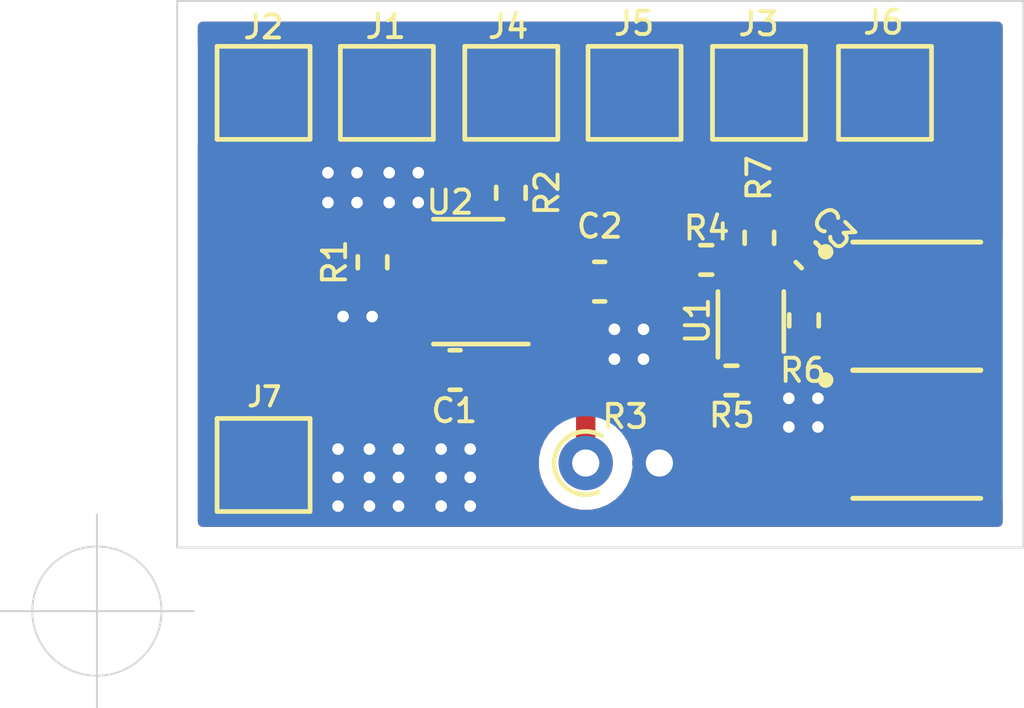
<source format=kicad_pcb>
(kicad_pcb (version 20171130) (host pcbnew "(5.1.8)-1")

  (general
    (thickness 1.6)
    (drawings 5)
    (tracks 129)
    (zones 0)
    (modules 21)
    (nets 15)
  )

  (page A4)
  (layers
    (0 F.Cu signal)
    (31 B.Cu signal)
    (32 B.Adhes user)
    (33 F.Adhes user)
    (34 B.Paste user)
    (35 F.Paste user)
    (36 B.SilkS user)
    (37 F.SilkS user)
    (38 B.Mask user)
    (39 F.Mask user)
    (40 Dwgs.User user hide)
    (41 Cmts.User user hide)
    (42 Eco1.User user hide)
    (43 Eco2.User user hide)
    (44 Edge.Cuts user)
    (45 Margin user hide)
    (46 B.CrtYd user hide)
    (47 F.CrtYd user hide)
    (48 B.Fab user hide)
    (49 F.Fab user hide)
  )

  (setup
    (last_trace_width 0.25)
    (user_trace_width 0.5)
    (user_trace_width 0.7)
    (trace_clearance 0.1)
    (zone_clearance 0.508)
    (zone_45_only no)
    (trace_min 0.2)
    (via_size 0.8)
    (via_drill 0.4)
    (via_min_size 0.4)
    (via_min_drill 0.3)
    (uvia_size 0.3)
    (uvia_drill 0.1)
    (uvias_allowed no)
    (uvia_min_size 0.2)
    (uvia_min_drill 0.1)
    (edge_width 0.05)
    (segment_width 0.2)
    (pcb_text_width 0.3)
    (pcb_text_size 1.5 1.5)
    (mod_edge_width 0.12)
    (mod_text_size 1 1)
    (mod_text_width 0.15)
    (pad_size 1.524 1.524)
    (pad_drill 0.762)
    (pad_to_mask_clearance 0)
    (aux_axis_origin 118.22 87.41)
    (grid_origin 118.22 87.41)
    (visible_elements 7FFFFFFF)
    (pcbplotparams
      (layerselection 0x010fc_ffffffff)
      (usegerberextensions false)
      (usegerberattributes true)
      (usegerberadvancedattributes true)
      (creategerberjobfile true)
      (excludeedgelayer true)
      (linewidth 0.100000)
      (plotframeref false)
      (viasonmask false)
      (mode 1)
      (useauxorigin false)
      (hpglpennumber 1)
      (hpglpenspeed 20)
      (hpglpendiameter 15.000000)
      (psnegative false)
      (psa4output false)
      (plotreference true)
      (plotvalue true)
      (plotinvisibletext false)
      (padsonsilk false)
      (subtractmaskfromsilk false)
      (outputformat 1)
      (mirror false)
      (drillshape 1)
      (scaleselection 1)
      (outputdirectory ""))
  )

  (net 0 "")
  (net 1 Adapter+)
  (net 2 BAT+)
  (net 3 BAT-)
  (net 4 "Net-(C3-Pad1)")
  (net 5 "Net-(R1-Pad1)")
  (net 6 ChargeLight-)
  (net 7 "Net-(R2-Pad1)")
  (net 8 "Net-(R3-Pad1)")
  (net 9 "Net-(R4-Pad1)")
  (net 10 "Net-(R5-Pad1)")
  (net 11 "Net-(R6-Pad1)")
  (net 12 "Net-(U3-Pad5)")
  (net 13 GND)
  (net 14 "Net-(U4-Pad2)")

  (net_class Default "This is the default net class."
    (clearance 0.1)
    (trace_width 0.25)
    (via_dia 0.8)
    (via_drill 0.4)
    (uvia_dia 0.3)
    (uvia_drill 0.1)
    (add_net Adapter+)
    (add_net BAT+)
    (add_net BAT-)
    (add_net ChargeLight-)
    (add_net GND)
    (add_net "Net-(C3-Pad1)")
    (add_net "Net-(R1-Pad1)")
    (add_net "Net-(R2-Pad1)")
    (add_net "Net-(R3-Pad1)")
    (add_net "Net-(R4-Pad1)")
    (add_net "Net-(R5-Pad1)")
    (add_net "Net-(R6-Pad1)")
    (add_net "Net-(U1-Pad1)")
    (add_net "Net-(U3-Pad5)")
    (add_net "Net-(U4-Pad2)")
  )

  (module TestPoint:TestPoint_Pad_2.0x2.0mm (layer F.Cu) (tedit 5A0F774F) (tstamp 60996D82)
    (at 122.52 83.64)
    (descr "SMD rectangular pad as test Point, square 2.0mm side length")
    (tags "test point SMD pad rectangle square")
    (path /6099A92C)
    (attr virtual)
    (fp_text reference J7 (at 0.02 -1.76) (layer F.SilkS)
      (effects (font (size 0.5 0.5) (thickness 0.1)))
    )
    (fp_text value Conn_01x01 (at 0 2.05) (layer F.Fab)
      (effects (font (size 1 1) (thickness 0.15)))
    )
    (fp_line (start 1.5 1.5) (end -1.5 1.5) (layer F.CrtYd) (width 0.05))
    (fp_line (start 1.5 1.5) (end 1.5 -1.5) (layer F.CrtYd) (width 0.05))
    (fp_line (start -1.5 -1.5) (end -1.5 1.5) (layer F.CrtYd) (width 0.05))
    (fp_line (start -1.5 -1.5) (end 1.5 -1.5) (layer F.CrtYd) (width 0.05))
    (fp_line (start -1.2 1.2) (end -1.2 -1.2) (layer F.SilkS) (width 0.12))
    (fp_line (start 1.2 1.2) (end -1.2 1.2) (layer F.SilkS) (width 0.12))
    (fp_line (start 1.2 -1.2) (end 1.2 1.2) (layer F.SilkS) (width 0.12))
    (fp_line (start -1.2 -1.2) (end 1.2 -1.2) (layer F.SilkS) (width 0.12))
    (fp_text user %R (at 0 -2) (layer F.Fab)
      (effects (font (size 1 1) (thickness 0.15)))
    )
    (pad 1 smd rect (at 0 0) (size 2 2) (layers F.Cu F.Mask)
      (net 13 GND))
  )

  (module CSD16406Q3:CSD16406Q3 (layer F.Cu) (tedit 609275D4) (tstamp 6092A981)
    (at 139.37 79.54)
    (descr "<b>8-SON</b> (Q3)<p>body 3.3 x 3.3 mm")
    (path /60929C60)
    (fp_text reference U4 (at 0.7 -2.23) (layer F.SilkS) hide
      (effects (font (size 0.8 0.8) (thickness 0.015)))
    )
    (fp_text value CSD16406Q3 (at 5.728 2.808) (layer F.Fab)
      (effects (font (size 0.8 0.8) (thickness 0.015)))
    )
    (fp_circle (center -2.35 -1.4) (end -2.25 -1.4) (layer F.Fab) (width 0.2))
    (fp_circle (center -2.35 -1.4) (end -2.25 -1.4) (layer F.SilkS) (width 0.2))
    (fp_line (start -2 1.9) (end -2 -1.9) (layer F.CrtYd) (width 0.05))
    (fp_line (start 2 1.9) (end -2 1.9) (layer F.CrtYd) (width 0.05))
    (fp_line (start 2 -1.9) (end 2 1.9) (layer F.CrtYd) (width 0.05))
    (fp_line (start -2 -1.9) (end 2 -1.9) (layer F.CrtYd) (width 0.05))
    (fp_line (start -1.65 -1.65) (end 1.65 -1.65) (layer F.SilkS) (width 0.127))
    (fp_line (start -1.65 1.65) (end 1.65 1.65) (layer F.SilkS) (width 0.127))
    (fp_poly (pts (xy -0.46 0.125) (xy 0.985 0.125) (xy 0.985 1.145) (xy -0.46 1.145)) (layer F.Paste) (width 0.01))
    (fp_poly (pts (xy -1.66 -1.145) (xy -1.21 -1.145) (xy -1.21 -0.805) (xy -1.66 -0.805)) (layer F.Paste) (width 0.01))
    (fp_poly (pts (xy -1.66 -0.495) (xy -1.21 -0.495) (xy -1.21 -0.155) (xy -1.66 -0.155)) (layer F.Paste) (width 0.01))
    (fp_poly (pts (xy -1.66 0.805) (xy -1.21 0.805) (xy -1.21 1.145) (xy -1.66 1.145)) (layer F.Paste) (width 0.01))
    (fp_poly (pts (xy -1.66 0.155) (xy -1.21 0.155) (xy -1.21 0.495) (xy -1.66 0.495)) (layer F.Paste) (width 0.01))
    (fp_poly (pts (xy 1.21 0.805) (xy 1.66 0.805) (xy 1.66 1.145) (xy 1.21 1.145)) (layer F.Paste) (width 0.01))
    (fp_poly (pts (xy 1.21 0.155) (xy 1.66 0.155) (xy 1.66 0.495) (xy 1.21 0.495)) (layer F.Paste) (width 0.01))
    (fp_poly (pts (xy 1.21 -1.145) (xy 1.66 -1.145) (xy 1.66 -0.805) (xy 1.21 -0.805)) (layer F.Paste) (width 0.01))
    (fp_poly (pts (xy 1.21 -0.495) (xy 1.66 -0.495) (xy 1.66 -0.155) (xy 1.21 -0.155)) (layer F.Paste) (width 0.01))
    (fp_line (start -1.65 -1.65) (end 1.65 -1.65) (layer F.Fab) (width 0.127))
    (fp_line (start -1.65 1.65) (end -1.65 -1.65) (layer F.Fab) (width 0.127))
    (fp_line (start 1.65 1.65) (end -1.65 1.65) (layer F.Fab) (width 0.127))
    (fp_line (start 1.65 -1.65) (end 1.65 1.65) (layer F.Fab) (width 0.127))
    (fp_poly (pts (xy -0.46 -1.145) (xy 0.985 -1.145) (xy 0.985 -0.125) (xy -0.46 -0.125)) (layer F.Paste) (width 0.01))
    (fp_poly (pts (xy 1.75 -1.225) (xy 1.75 -0.725) (xy 1.34 -0.725) (xy 1.34 -0.575)
      (xy 1.75 -0.575) (xy 1.75 -0.075) (xy 1.34 -0.075) (xy 1.34 0.075)
      (xy 1.75 0.075) (xy 1.75 0.575) (xy 1.34 0.575) (xy 1.34 0.725)
      (xy 1.75 0.725) (xy 1.75 1.225) (xy -0.56 1.225) (xy -0.56 -1.225)) (layer F.Cu) (width 0.01))
    (fp_poly (pts (xy -0.66 -1.325) (xy 1.85 -1.325) (xy 1.85 1.325) (xy -0.66 1.325)) (layer F.Mask) (width 0.01))
    (pad 4 smd rect (at -1.435 0.975) (size 0.63 0.5) (layers F.Cu F.Mask)
      (net 11 "Net-(R6-Pad1)"))
    (pad 1 smd rect (at -1.435 -0.975) (size 0.63 0.5) (layers F.Cu F.Mask)
      (net 3 BAT-))
    (pad 2 smd rect (at -1.435 -0.325) (size 0.63 0.5) (layers F.Cu F.Mask)
      (net 14 "Net-(U4-Pad2)"))
    (pad 3 smd rect (at -1.435 0.325) (size 0.63 0.5) (layers F.Cu F.Mask)
      (net 14 "Net-(U4-Pad2)"))
    (pad 5 smd rect (at 1.435 0.975) (size 0.63 0.5) (layers F.Cu)
      (net 12 "Net-(U3-Pad5)"))
    (pad 6 smd rect (at 1.435 0.325) (size 0.63 0.5) (layers F.Cu)
      (net 12 "Net-(U3-Pad5)"))
    (pad 7 smd rect (at 1.435 -0.325) (size 0.63 0.5) (layers F.Cu)
      (net 12 "Net-(U3-Pad5)"))
    (pad 8 smd rect (at 1.435 -0.975) (size 0.63 0.5) (layers F.Cu)
      (net 12 "Net-(U3-Pad5)"))
  )

  (module CSD16406Q3:CSD16406Q3 (layer F.Cu) (tedit 609275D4) (tstamp 6092A95D)
    (at 139.37 82.85)
    (descr "<b>8-SON</b> (Q3)<p>body 3.3 x 3.3 mm")
    (path /60927B72)
    (fp_text reference U3 (at 0.14 -2.808) (layer F.SilkS) hide
      (effects (font (size 0.8 0.8) (thickness 0.015)))
    )
    (fp_text value CSD16406Q3 (at 5.728 2.808) (layer F.Fab)
      (effects (font (size 0.8 0.8) (thickness 0.015)))
    )
    (fp_circle (center -2.35 -1.4) (end -2.25 -1.4) (layer F.Fab) (width 0.2))
    (fp_circle (center -2.35 -1.4) (end -2.25 -1.4) (layer F.SilkS) (width 0.2))
    (fp_line (start -2 1.9) (end -2 -1.9) (layer F.CrtYd) (width 0.05))
    (fp_line (start 2 1.9) (end -2 1.9) (layer F.CrtYd) (width 0.05))
    (fp_line (start 2 -1.9) (end 2 1.9) (layer F.CrtYd) (width 0.05))
    (fp_line (start -2 -1.9) (end 2 -1.9) (layer F.CrtYd) (width 0.05))
    (fp_line (start -1.65 -1.65) (end 1.65 -1.65) (layer F.SilkS) (width 0.127))
    (fp_line (start -1.65 1.65) (end 1.65 1.65) (layer F.SilkS) (width 0.127))
    (fp_poly (pts (xy -0.46 0.125) (xy 0.985 0.125) (xy 0.985 1.145) (xy -0.46 1.145)) (layer F.Paste) (width 0.01))
    (fp_poly (pts (xy -1.66 -1.145) (xy -1.21 -1.145) (xy -1.21 -0.805) (xy -1.66 -0.805)) (layer F.Paste) (width 0.01))
    (fp_poly (pts (xy -1.66 -0.495) (xy -1.21 -0.495) (xy -1.21 -0.155) (xy -1.66 -0.155)) (layer F.Paste) (width 0.01))
    (fp_poly (pts (xy -1.66 0.805) (xy -1.21 0.805) (xy -1.21 1.145) (xy -1.66 1.145)) (layer F.Paste) (width 0.01))
    (fp_poly (pts (xy -1.66 0.155) (xy -1.21 0.155) (xy -1.21 0.495) (xy -1.66 0.495)) (layer F.Paste) (width 0.01))
    (fp_poly (pts (xy 1.21 0.805) (xy 1.66 0.805) (xy 1.66 1.145) (xy 1.21 1.145)) (layer F.Paste) (width 0.01))
    (fp_poly (pts (xy 1.21 0.155) (xy 1.66 0.155) (xy 1.66 0.495) (xy 1.21 0.495)) (layer F.Paste) (width 0.01))
    (fp_poly (pts (xy 1.21 -1.145) (xy 1.66 -1.145) (xy 1.66 -0.805) (xy 1.21 -0.805)) (layer F.Paste) (width 0.01))
    (fp_poly (pts (xy 1.21 -0.495) (xy 1.66 -0.495) (xy 1.66 -0.155) (xy 1.21 -0.155)) (layer F.Paste) (width 0.01))
    (fp_line (start -1.65 -1.65) (end 1.65 -1.65) (layer F.Fab) (width 0.127))
    (fp_line (start -1.65 1.65) (end -1.65 -1.65) (layer F.Fab) (width 0.127))
    (fp_line (start 1.65 1.65) (end -1.65 1.65) (layer F.Fab) (width 0.127))
    (fp_line (start 1.65 -1.65) (end 1.65 1.65) (layer F.Fab) (width 0.127))
    (fp_poly (pts (xy -0.46 -1.145) (xy 0.985 -1.145) (xy 0.985 -0.125) (xy -0.46 -0.125)) (layer F.Paste) (width 0.01))
    (fp_poly (pts (xy 1.75 -1.225) (xy 1.75 -0.725) (xy 1.34 -0.725) (xy 1.34 -0.575)
      (xy 1.75 -0.575) (xy 1.75 -0.075) (xy 1.34 -0.075) (xy 1.34 0.075)
      (xy 1.75 0.075) (xy 1.75 0.575) (xy 1.34 0.575) (xy 1.34 0.725)
      (xy 1.75 0.725) (xy 1.75 1.225) (xy -0.56 1.225) (xy -0.56 -1.225)) (layer F.Cu) (width 0.01))
    (fp_poly (pts (xy -0.66 -1.325) (xy 1.85 -1.325) (xy 1.85 1.325) (xy -0.66 1.325)) (layer F.Mask) (width 0.01))
    (pad 4 smd rect (at -1.435 0.975) (size 0.63 0.5) (layers F.Cu F.Mask)
      (net 10 "Net-(R5-Pad1)"))
    (pad 1 smd rect (at -1.435 -0.975) (size 0.63 0.5) (layers F.Cu F.Mask)
      (net 13 GND))
    (pad 2 smd rect (at -1.435 -0.325) (size 0.63 0.5) (layers F.Cu F.Mask)
      (net 13 GND))
    (pad 3 smd rect (at -1.435 0.325) (size 0.63 0.5) (layers F.Cu F.Mask)
      (net 13 GND))
    (pad 5 smd rect (at 1.435 0.975) (size 0.63 0.5) (layers F.Cu)
      (net 12 "Net-(U3-Pad5)"))
    (pad 6 smd rect (at 1.435 0.325) (size 0.63 0.5) (layers F.Cu)
      (net 12 "Net-(U3-Pad5)"))
    (pad 7 smd rect (at 1.435 -0.325) (size 0.63 0.5) (layers F.Cu)
      (net 12 "Net-(U3-Pad5)"))
    (pad 8 smd rect (at 1.435 -0.975) (size 0.63 0.5) (layers F.Cu)
      (net 12 "Net-(U3-Pad5)"))
  )

  (module Resistor_SMD:R_0402_1005Metric (layer F.Cu) (tedit 5F68FEEE) (tstamp 6092A90D)
    (at 135.31 77.779999 270)
    (descr "Resistor SMD 0402 (1005 Metric), square (rectangular) end terminal, IPC_7351 nominal, (Body size source: IPC-SM-782 page 72, https://www.pcb-3d.com/wordpress/wp-content/uploads/ipc-sm-782a_amendment_1_and_2.pdf), generated with kicad-footprint-generator")
    (tags resistor)
    (path /60997573)
    (attr smd)
    (fp_text reference R7 (at -1.539999 0.01 90) (layer F.SilkS)
      (effects (font (size 0.6 0.6) (thickness 0.1)))
    )
    (fp_text value 330R (at 0 1.17 90) (layer F.Fab)
      (effects (font (size 1 1) (thickness 0.15)))
    )
    (fp_line (start -0.525 0.27) (end -0.525 -0.27) (layer F.Fab) (width 0.1))
    (fp_line (start -0.525 -0.27) (end 0.525 -0.27) (layer F.Fab) (width 0.1))
    (fp_line (start 0.525 -0.27) (end 0.525 0.27) (layer F.Fab) (width 0.1))
    (fp_line (start 0.525 0.27) (end -0.525 0.27) (layer F.Fab) (width 0.1))
    (fp_line (start -0.153641 -0.38) (end 0.153641 -0.38) (layer F.SilkS) (width 0.12))
    (fp_line (start -0.153641 0.38) (end 0.153641 0.38) (layer F.SilkS) (width 0.12))
    (fp_line (start -0.93 0.47) (end -0.93 -0.47) (layer F.CrtYd) (width 0.05))
    (fp_line (start -0.93 -0.47) (end 0.93 -0.47) (layer F.CrtYd) (width 0.05))
    (fp_line (start 0.93 -0.47) (end 0.93 0.47) (layer F.CrtYd) (width 0.05))
    (fp_line (start 0.93 0.47) (end -0.93 0.47) (layer F.CrtYd) (width 0.05))
    (fp_text user %R (at 0 0 90) (layer F.Fab)
      (effects (font (size 0.26 0.26) (thickness 0.04)))
    )
    (pad 2 smd roundrect (at 0.51 0 270) (size 0.54 0.64) (layers F.Cu F.Paste F.Mask) (roundrect_rratio 0.25)
      (net 4 "Net-(C3-Pad1)"))
    (pad 1 smd roundrect (at -0.51 0 270) (size 0.54 0.64) (layers F.Cu F.Paste F.Mask) (roundrect_rratio 0.25)
      (net 2 BAT+))
    (model ${KISYS3DMOD}/Resistor_SMD.3dshapes/R_0402_1005Metric.wrl
      (at (xyz 0 0 0))
      (scale (xyz 1 1 1))
      (rotate (xyz 0 0 0))
    )
  )

  (module Resistor_SMD:R_0402_1005Metric (layer F.Cu) (tedit 5F68FEEE) (tstamp 6092A8FC)
    (at 136.46 79.91 90)
    (descr "Resistor SMD 0402 (1005 Metric), square (rectangular) end terminal, IPC_7351 nominal, (Body size source: IPC-SM-782 page 72, https://www.pcb-3d.com/wordpress/wp-content/uploads/ipc-sm-782a_amendment_1_and_2.pdf), generated with kicad-footprint-generator")
    (tags resistor)
    (path /60972CEE)
    (attr smd)
    (fp_text reference R6 (at -1.29 -0.03) (layer F.SilkS)
      (effects (font (size 0.6 0.6) (thickness 0.1)))
    )
    (fp_text value 5.1m (at 0 1.17 90) (layer F.Fab)
      (effects (font (size 1 1) (thickness 0.15)))
    )
    (fp_line (start -0.525 0.27) (end -0.525 -0.27) (layer F.Fab) (width 0.1))
    (fp_line (start -0.525 -0.27) (end 0.525 -0.27) (layer F.Fab) (width 0.1))
    (fp_line (start 0.525 -0.27) (end 0.525 0.27) (layer F.Fab) (width 0.1))
    (fp_line (start 0.525 0.27) (end -0.525 0.27) (layer F.Fab) (width 0.1))
    (fp_line (start -0.153641 -0.38) (end 0.153641 -0.38) (layer F.SilkS) (width 0.12))
    (fp_line (start -0.153641 0.38) (end 0.153641 0.38) (layer F.SilkS) (width 0.12))
    (fp_line (start -0.93 0.47) (end -0.93 -0.47) (layer F.CrtYd) (width 0.05))
    (fp_line (start -0.93 -0.47) (end 0.93 -0.47) (layer F.CrtYd) (width 0.05))
    (fp_line (start 0.93 -0.47) (end 0.93 0.47) (layer F.CrtYd) (width 0.05))
    (fp_line (start 0.93 0.47) (end -0.93 0.47) (layer F.CrtYd) (width 0.05))
    (fp_text user %R (at 0 0 90) (layer F.Fab)
      (effects (font (size 0.26 0.26) (thickness 0.04)))
    )
    (pad 2 smd roundrect (at 0.51 0 90) (size 0.54 0.64) (layers F.Cu F.Paste F.Mask) (roundrect_rratio 0.25)
      (net 3 BAT-))
    (pad 1 smd roundrect (at -0.51 0 90) (size 0.54 0.64) (layers F.Cu F.Paste F.Mask) (roundrect_rratio 0.25)
      (net 11 "Net-(R6-Pad1)"))
    (model ${KISYS3DMOD}/Resistor_SMD.3dshapes/R_0402_1005Metric.wrl
      (at (xyz 0 0 0))
      (scale (xyz 1 1 1))
      (rotate (xyz 0 0 0))
    )
  )

  (module Resistor_SMD:R_0402_1005Metric (layer F.Cu) (tedit 5F68FEEE) (tstamp 6092A8EB)
    (at 134.59 81.46 180)
    (descr "Resistor SMD 0402 (1005 Metric), square (rectangular) end terminal, IPC_7351 nominal, (Body size source: IPC-SM-782 page 72, https://www.pcb-3d.com/wordpress/wp-content/uploads/ipc-sm-782a_amendment_1_and_2.pdf), generated with kicad-footprint-generator")
    (tags resistor)
    (path /60955E65)
    (attr smd)
    (fp_text reference R5 (at -0.01 -0.9) (layer F.SilkS)
      (effects (font (size 0.6 0.6) (thickness 0.1)))
    )
    (fp_text value 5.1M (at 0 1.17) (layer F.Fab)
      (effects (font (size 1 1) (thickness 0.15)))
    )
    (fp_line (start -0.525 0.27) (end -0.525 -0.27) (layer F.Fab) (width 0.1))
    (fp_line (start -0.525 -0.27) (end 0.525 -0.27) (layer F.Fab) (width 0.1))
    (fp_line (start 0.525 -0.27) (end 0.525 0.27) (layer F.Fab) (width 0.1))
    (fp_line (start 0.525 0.27) (end -0.525 0.27) (layer F.Fab) (width 0.1))
    (fp_line (start -0.153641 -0.38) (end 0.153641 -0.38) (layer F.SilkS) (width 0.12))
    (fp_line (start -0.153641 0.38) (end 0.153641 0.38) (layer F.SilkS) (width 0.12))
    (fp_line (start -0.93 0.47) (end -0.93 -0.47) (layer F.CrtYd) (width 0.05))
    (fp_line (start -0.93 -0.47) (end 0.93 -0.47) (layer F.CrtYd) (width 0.05))
    (fp_line (start 0.93 -0.47) (end 0.93 0.47) (layer F.CrtYd) (width 0.05))
    (fp_line (start 0.93 0.47) (end -0.93 0.47) (layer F.CrtYd) (width 0.05))
    (fp_text user %R (at 0 0) (layer F.Fab)
      (effects (font (size 0.26 0.26) (thickness 0.04)))
    )
    (pad 2 smd roundrect (at 0.51 0 180) (size 0.54 0.64) (layers F.Cu F.Paste F.Mask) (roundrect_rratio 0.25)
      (net 13 GND))
    (pad 1 smd roundrect (at -0.51 0 180) (size 0.54 0.64) (layers F.Cu F.Paste F.Mask) (roundrect_rratio 0.25)
      (net 10 "Net-(R5-Pad1)"))
    (model ${KISYS3DMOD}/Resistor_SMD.3dshapes/R_0402_1005Metric.wrl
      (at (xyz 0 0 0))
      (scale (xyz 1 1 1))
      (rotate (xyz 0 0 0))
    )
  )

  (module Resistor_SMD:R_0402_1005Metric (layer F.Cu) (tedit 5F68FEEE) (tstamp 6092A8DA)
    (at 133.94 78.35 180)
    (descr "Resistor SMD 0402 (1005 Metric), square (rectangular) end terminal, IPC_7351 nominal, (Body size source: IPC-SM-782 page 72, https://www.pcb-3d.com/wordpress/wp-content/uploads/ipc-sm-782a_amendment_1_and_2.pdf), generated with kicad-footprint-generator")
    (tags resistor)
    (path /609790B1)
    (attr smd)
    (fp_text reference R4 (at -0.01 0.82) (layer F.SilkS)
      (effects (font (size 0.6 0.6) (thickness 0.1)))
    )
    (fp_text value 2.2k (at 0 1.17) (layer F.Fab)
      (effects (font (size 1 1) (thickness 0.15)))
    )
    (fp_line (start -0.525 0.27) (end -0.525 -0.27) (layer F.Fab) (width 0.1))
    (fp_line (start -0.525 -0.27) (end 0.525 -0.27) (layer F.Fab) (width 0.1))
    (fp_line (start 0.525 -0.27) (end 0.525 0.27) (layer F.Fab) (width 0.1))
    (fp_line (start 0.525 0.27) (end -0.525 0.27) (layer F.Fab) (width 0.1))
    (fp_line (start -0.153641 -0.38) (end 0.153641 -0.38) (layer F.SilkS) (width 0.12))
    (fp_line (start -0.153641 0.38) (end 0.153641 0.38) (layer F.SilkS) (width 0.12))
    (fp_line (start -0.93 0.47) (end -0.93 -0.47) (layer F.CrtYd) (width 0.05))
    (fp_line (start -0.93 -0.47) (end 0.93 -0.47) (layer F.CrtYd) (width 0.05))
    (fp_line (start 0.93 -0.47) (end 0.93 0.47) (layer F.CrtYd) (width 0.05))
    (fp_line (start 0.93 0.47) (end -0.93 0.47) (layer F.CrtYd) (width 0.05))
    (fp_text user %R (at 0 0) (layer F.Fab)
      (effects (font (size 0.26 0.26) (thickness 0.04)))
    )
    (pad 2 smd roundrect (at 0.51 0 180) (size 0.54 0.64) (layers F.Cu F.Paste F.Mask) (roundrect_rratio 0.25)
      (net 13 GND))
    (pad 1 smd roundrect (at -0.51 0 180) (size 0.54 0.64) (layers F.Cu F.Paste F.Mask) (roundrect_rratio 0.25)
      (net 9 "Net-(R4-Pad1)"))
    (model ${KISYS3DMOD}/Resistor_SMD.3dshapes/R_0402_1005Metric.wrl
      (at (xyz 0 0 0))
      (scale (xyz 1 1 1))
      (rotate (xyz 0 0 0))
    )
  )

  (module Resistor_SMD:R_0402_1005Metric (layer F.Cu) (tedit 5F68FEEE) (tstamp 6092A8BB)
    (at 128.9 76.62 90)
    (descr "Resistor SMD 0402 (1005 Metric), square (rectangular) end terminal, IPC_7351 nominal, (Body size source: IPC-SM-782 page 72, https://www.pcb-3d.com/wordpress/wp-content/uploads/ipc-sm-782a_amendment_1_and_2.pdf), generated with kicad-footprint-generator")
    (tags resistor)
    (path /6093112C)
    (attr smd)
    (fp_text reference R2 (at 0 0.93 90) (layer F.SilkS)
      (effects (font (size 0.6 0.6) (thickness 0.1)))
    )
    (fp_text value 1K (at 0 1.17 90) (layer F.Fab)
      (effects (font (size 1 1) (thickness 0.15)))
    )
    (fp_line (start -0.525 0.27) (end -0.525 -0.27) (layer F.Fab) (width 0.1))
    (fp_line (start -0.525 -0.27) (end 0.525 -0.27) (layer F.Fab) (width 0.1))
    (fp_line (start 0.525 -0.27) (end 0.525 0.27) (layer F.Fab) (width 0.1))
    (fp_line (start 0.525 0.27) (end -0.525 0.27) (layer F.Fab) (width 0.1))
    (fp_line (start -0.153641 -0.38) (end 0.153641 -0.38) (layer F.SilkS) (width 0.12))
    (fp_line (start -0.153641 0.38) (end 0.153641 0.38) (layer F.SilkS) (width 0.12))
    (fp_line (start -0.93 0.47) (end -0.93 -0.47) (layer F.CrtYd) (width 0.05))
    (fp_line (start -0.93 -0.47) (end 0.93 -0.47) (layer F.CrtYd) (width 0.05))
    (fp_line (start 0.93 -0.47) (end 0.93 0.47) (layer F.CrtYd) (width 0.05))
    (fp_line (start 0.93 0.47) (end -0.93 0.47) (layer F.CrtYd) (width 0.05))
    (fp_text user %R (at 0 0 90) (layer F.Fab)
      (effects (font (size 0.26 0.26) (thickness 0.04)))
    )
    (pad 2 smd roundrect (at 0.51 0 90) (size 0.54 0.64) (layers F.Cu F.Paste F.Mask) (roundrect_rratio 0.25)
      (net 6 ChargeLight-))
    (pad 1 smd roundrect (at -0.51 0 90) (size 0.54 0.64) (layers F.Cu F.Paste F.Mask) (roundrect_rratio 0.25)
      (net 7 "Net-(R2-Pad1)"))
    (model ${KISYS3DMOD}/Resistor_SMD.3dshapes/R_0402_1005Metric.wrl
      (at (xyz 0 0 0))
      (scale (xyz 1 1 1))
      (rotate (xyz 0 0 0))
    )
  )

  (module Resistor_SMD:R_0402_1005Metric (layer F.Cu) (tedit 5F68FEEE) (tstamp 6092A8AA)
    (at 125.33 78.41 270)
    (descr "Resistor SMD 0402 (1005 Metric), square (rectangular) end terminal, IPC_7351 nominal, (Body size source: IPC-SM-782 page 72, https://www.pcb-3d.com/wordpress/wp-content/uploads/ipc-sm-782a_amendment_1_and_2.pdf), generated with kicad-footprint-generator")
    (tags resistor)
    (path /6092AFB6)
    (attr smd)
    (fp_text reference R1 (at 0 0.98 90) (layer F.SilkS)
      (effects (font (size 0.6 0.6) (thickness 0.1)))
    )
    (fp_text value 1K (at 0 1.17 90) (layer F.Fab)
      (effects (font (size 1 1) (thickness 0.15)))
    )
    (fp_line (start -0.525 0.27) (end -0.525 -0.27) (layer F.Fab) (width 0.1))
    (fp_line (start -0.525 -0.27) (end 0.525 -0.27) (layer F.Fab) (width 0.1))
    (fp_line (start 0.525 -0.27) (end 0.525 0.27) (layer F.Fab) (width 0.1))
    (fp_line (start 0.525 0.27) (end -0.525 0.27) (layer F.Fab) (width 0.1))
    (fp_line (start -0.153641 -0.38) (end 0.153641 -0.38) (layer F.SilkS) (width 0.12))
    (fp_line (start -0.153641 0.38) (end 0.153641 0.38) (layer F.SilkS) (width 0.12))
    (fp_line (start -0.93 0.47) (end -0.93 -0.47) (layer F.CrtYd) (width 0.05))
    (fp_line (start -0.93 -0.47) (end 0.93 -0.47) (layer F.CrtYd) (width 0.05))
    (fp_line (start 0.93 -0.47) (end 0.93 0.47) (layer F.CrtYd) (width 0.05))
    (fp_line (start 0.93 0.47) (end -0.93 0.47) (layer F.CrtYd) (width 0.05))
    (fp_text user %R (at 0 0 90) (layer F.Fab)
      (effects (font (size 0.26 0.26) (thickness 0.04)))
    )
    (pad 2 smd roundrect (at 0.51 0 270) (size 0.54 0.64) (layers F.Cu F.Paste F.Mask) (roundrect_rratio 0.25)
      (net 13 GND))
    (pad 1 smd roundrect (at -0.51 0 270) (size 0.54 0.64) (layers F.Cu F.Paste F.Mask) (roundrect_rratio 0.25)
      (net 5 "Net-(R1-Pad1)"))
    (model ${KISYS3DMOD}/Resistor_SMD.3dshapes/R_0402_1005Metric.wrl
      (at (xyz 0 0 0))
      (scale (xyz 1 1 1))
      (rotate (xyz 0 0 0))
    )
  )

  (module TestPoint:TestPoint_Pad_2.0x2.0mm (layer F.Cu) (tedit 5A0F774F) (tstamp 60930CB3)
    (at 138.55 74.04 180)
    (descr "SMD rectangular pad as test Point, square 2.0mm side length")
    (tags "test point SMD pad rectangle square")
    (path /60A0C83A)
    (attr virtual)
    (fp_text reference J6 (at 0.04 1.82) (layer F.SilkS)
      (effects (font (size 0.6 0.6) (thickness 0.1)))
    )
    (fp_text value Conn_01x01 (at 0 2.05) (layer F.Fab)
      (effects (font (size 1 1) (thickness 0.15)))
    )
    (fp_line (start -1.2 -1.2) (end 1.2 -1.2) (layer F.SilkS) (width 0.12))
    (fp_line (start 1.2 -1.2) (end 1.2 1.2) (layer F.SilkS) (width 0.12))
    (fp_line (start 1.2 1.2) (end -1.2 1.2) (layer F.SilkS) (width 0.12))
    (fp_line (start -1.2 1.2) (end -1.2 -1.2) (layer F.SilkS) (width 0.12))
    (fp_line (start -1.5 -1.5) (end 1.5 -1.5) (layer F.CrtYd) (width 0.05))
    (fp_line (start -1.5 -1.5) (end -1.5 1.5) (layer F.CrtYd) (width 0.05))
    (fp_line (start 1.5 1.5) (end 1.5 -1.5) (layer F.CrtYd) (width 0.05))
    (fp_line (start 1.5 1.5) (end -1.5 1.5) (layer F.CrtYd) (width 0.05))
    (fp_text user %R (at 0 -2) (layer F.Fab)
      (effects (font (size 1 1) (thickness 0.15)))
    )
    (pad 1 smd rect (at 0 0 180) (size 2 2) (layers F.Cu F.Mask)
      (net 3 BAT-))
  )

  (module TestPoint:TestPoint_Pad_2.0x2.0mm (layer F.Cu) (tedit 5A0F774F) (tstamp 60930CA5)
    (at 132.09 74.04 180)
    (descr "SMD rectangular pad as test Point, square 2.0mm side length")
    (tags "test point SMD pad rectangle square")
    (path /60A0C834)
    (attr virtual)
    (fp_text reference J5 (at 0.01 1.79) (layer F.SilkS)
      (effects (font (size 0.6 0.6) (thickness 0.1)))
    )
    (fp_text value Conn_01x01 (at 0 2.05) (layer F.Fab)
      (effects (font (size 1 1) (thickness 0.15)))
    )
    (fp_line (start -1.2 -1.2) (end 1.2 -1.2) (layer F.SilkS) (width 0.12))
    (fp_line (start 1.2 -1.2) (end 1.2 1.2) (layer F.SilkS) (width 0.12))
    (fp_line (start 1.2 1.2) (end -1.2 1.2) (layer F.SilkS) (width 0.12))
    (fp_line (start -1.2 1.2) (end -1.2 -1.2) (layer F.SilkS) (width 0.12))
    (fp_line (start -1.5 -1.5) (end 1.5 -1.5) (layer F.CrtYd) (width 0.05))
    (fp_line (start -1.5 -1.5) (end -1.5 1.5) (layer F.CrtYd) (width 0.05))
    (fp_line (start 1.5 1.5) (end 1.5 -1.5) (layer F.CrtYd) (width 0.05))
    (fp_line (start 1.5 1.5) (end -1.5 1.5) (layer F.CrtYd) (width 0.05))
    (fp_text user %R (at 0 -2) (layer F.Fab)
      (effects (font (size 1 1) (thickness 0.15)))
    )
    (pad 1 smd rect (at 0 0 180) (size 2 2) (layers F.Cu F.Mask)
      (net 2 BAT+))
  )

  (module TestPoint:TestPoint_Pad_2.0x2.0mm (layer F.Cu) (tedit 5A0F774F) (tstamp 60930C97)
    (at 128.91 74.04 180)
    (descr "SMD rectangular pad as test Point, square 2.0mm side length")
    (tags "test point SMD pad rectangle square")
    (path /60A0A7B1)
    (attr virtual)
    (fp_text reference J4 (at 0.08 1.71) (layer F.SilkS)
      (effects (font (size 0.6 0.6) (thickness 0.1)))
    )
    (fp_text value Conn_01x01 (at 0 2.05) (layer F.Fab)
      (effects (font (size 1 1) (thickness 0.15)))
    )
    (fp_line (start -1.2 -1.2) (end 1.2 -1.2) (layer F.SilkS) (width 0.12))
    (fp_line (start 1.2 -1.2) (end 1.2 1.2) (layer F.SilkS) (width 0.12))
    (fp_line (start 1.2 1.2) (end -1.2 1.2) (layer F.SilkS) (width 0.12))
    (fp_line (start -1.2 1.2) (end -1.2 -1.2) (layer F.SilkS) (width 0.12))
    (fp_line (start -1.5 -1.5) (end 1.5 -1.5) (layer F.CrtYd) (width 0.05))
    (fp_line (start -1.5 -1.5) (end -1.5 1.5) (layer F.CrtYd) (width 0.05))
    (fp_line (start 1.5 1.5) (end 1.5 -1.5) (layer F.CrtYd) (width 0.05))
    (fp_line (start 1.5 1.5) (end -1.5 1.5) (layer F.CrtYd) (width 0.05))
    (fp_text user %R (at 0 -2) (layer F.Fab)
      (effects (font (size 1 1) (thickness 0.15)))
    )
    (pad 1 smd rect (at 0 0 180) (size 2 2) (layers F.Cu F.Mask)
      (net 6 ChargeLight-))
  )

  (module TestPoint:TestPoint_Pad_2.0x2.0mm (layer F.Cu) (tedit 5A0F774F) (tstamp 60930C89)
    (at 135.3 74.04 180)
    (descr "SMD rectangular pad as test Point, square 2.0mm side length")
    (tags "test point SMD pad rectangle square")
    (path /60A0A7AB)
    (attr virtual)
    (fp_text reference J3 (at 0.01 1.78) (layer F.SilkS)
      (effects (font (size 0.6 0.6) (thickness 0.1)))
    )
    (fp_text value Conn_01x01 (at 0 2.05) (layer F.Fab)
      (effects (font (size 1 1) (thickness 0.15)))
    )
    (fp_line (start -1.2 -1.2) (end 1.2 -1.2) (layer F.SilkS) (width 0.12))
    (fp_line (start 1.2 -1.2) (end 1.2 1.2) (layer F.SilkS) (width 0.12))
    (fp_line (start 1.2 1.2) (end -1.2 1.2) (layer F.SilkS) (width 0.12))
    (fp_line (start -1.2 1.2) (end -1.2 -1.2) (layer F.SilkS) (width 0.12))
    (fp_line (start -1.5 -1.5) (end 1.5 -1.5) (layer F.CrtYd) (width 0.05))
    (fp_line (start -1.5 -1.5) (end -1.5 1.5) (layer F.CrtYd) (width 0.05))
    (fp_line (start 1.5 1.5) (end 1.5 -1.5) (layer F.CrtYd) (width 0.05))
    (fp_line (start 1.5 1.5) (end -1.5 1.5) (layer F.CrtYd) (width 0.05))
    (fp_text user %R (at 0 -2) (layer F.Fab)
      (effects (font (size 1 1) (thickness 0.15)))
    )
    (pad 1 smd rect (at 0 0 180) (size 2 2) (layers F.Cu F.Mask)
      (net 2 BAT+))
  )

  (module TestPoint:TestPoint_Pad_2.0x2.0mm (layer F.Cu) (tedit 5A0F774F) (tstamp 60930C7B)
    (at 122.52 74.04 180)
    (descr "SMD rectangular pad as test Point, square 2.0mm side length")
    (tags "test point SMD pad rectangle square")
    (path /60A0504E)
    (attr virtual)
    (fp_text reference J2 (at 0 1.7) (layer F.SilkS)
      (effects (font (size 0.6 0.6) (thickness 0.1)))
    )
    (fp_text value Conn_01x01 (at 0 2.05) (layer F.Fab)
      (effects (font (size 1 1) (thickness 0.15)))
    )
    (fp_line (start -1.2 -1.2) (end 1.2 -1.2) (layer F.SilkS) (width 0.12))
    (fp_line (start 1.2 -1.2) (end 1.2 1.2) (layer F.SilkS) (width 0.12))
    (fp_line (start 1.2 1.2) (end -1.2 1.2) (layer F.SilkS) (width 0.12))
    (fp_line (start -1.2 1.2) (end -1.2 -1.2) (layer F.SilkS) (width 0.12))
    (fp_line (start -1.5 -1.5) (end 1.5 -1.5) (layer F.CrtYd) (width 0.05))
    (fp_line (start -1.5 -1.5) (end -1.5 1.5) (layer F.CrtYd) (width 0.05))
    (fp_line (start 1.5 1.5) (end 1.5 -1.5) (layer F.CrtYd) (width 0.05))
    (fp_line (start 1.5 1.5) (end -1.5 1.5) (layer F.CrtYd) (width 0.05))
    (fp_text user %R (at 0 -2) (layer F.Fab)
      (effects (font (size 1 1) (thickness 0.15)))
    )
    (pad 1 smd rect (at 0 0 180) (size 2 2) (layers F.Cu F.Mask)
      (net 1 Adapter+))
  )

  (module TestPoint:TestPoint_Pad_2.0x2.0mm (layer F.Cu) (tedit 5A0F774F) (tstamp 60930C6D)
    (at 125.7 74.04 180)
    (descr "SMD rectangular pad as test Point, square 2.0mm side length")
    (tags "test point SMD pad rectangle square")
    (path /60A04037)
    (attr virtual)
    (fp_text reference J1 (at 0.03 1.71) (layer F.SilkS)
      (effects (font (size 0.6 0.6) (thickness 0.1)))
    )
    (fp_text value Conn_01x01 (at 0 2.05) (layer F.Fab)
      (effects (font (size 1 1) (thickness 0.15)))
    )
    (fp_line (start -1.2 -1.2) (end 1.2 -1.2) (layer F.SilkS) (width 0.12))
    (fp_line (start 1.2 -1.2) (end 1.2 1.2) (layer F.SilkS) (width 0.12))
    (fp_line (start 1.2 1.2) (end -1.2 1.2) (layer F.SilkS) (width 0.12))
    (fp_line (start -1.2 1.2) (end -1.2 -1.2) (layer F.SilkS) (width 0.12))
    (fp_line (start -1.5 -1.5) (end 1.5 -1.5) (layer F.CrtYd) (width 0.05))
    (fp_line (start -1.5 -1.5) (end -1.5 1.5) (layer F.CrtYd) (width 0.05))
    (fp_line (start 1.5 1.5) (end 1.5 -1.5) (layer F.CrtYd) (width 0.05))
    (fp_line (start 1.5 1.5) (end -1.5 1.5) (layer F.CrtYd) (width 0.05))
    (fp_text user %R (at 0 -2) (layer F.Fab)
      (effects (font (size 1 1) (thickness 0.15)))
    )
    (pad 1 smd rect (at 0 0 180) (size 2 2) (layers F.Cu F.Mask)
      (net 13 GND))
  )

  (module Capacitor_SMD:C_0402_1005Metric (layer F.Cu) (tedit 5F68FEEE) (tstamp 6092A899)
    (at 136.58 78.23 315)
    (descr "Capacitor SMD 0402 (1005 Metric), square (rectangular) end terminal, IPC_7351 nominal, (Body size source: IPC-SM-782 page 76, https://www.pcb-3d.com/wordpress/wp-content/uploads/ipc-sm-782a_amendment_1_and_2.pdf), generated with kicad-footprint-generator")
    (tags capacitor)
    (path /6099756D)
    (attr smd)
    (fp_text reference C3 (at -0.042426 -0.947523 135) (layer F.SilkS)
      (effects (font (size 0.6 0.6) (thickness 0.1)))
    )
    (fp_text value 0.1uF (at 0 1.16 135) (layer F.Fab)
      (effects (font (size 1 1) (thickness 0.15)))
    )
    (fp_line (start -0.5 0.25) (end -0.5 -0.25) (layer F.Fab) (width 0.1))
    (fp_line (start -0.5 -0.25) (end 0.5 -0.25) (layer F.Fab) (width 0.1))
    (fp_line (start 0.5 -0.25) (end 0.5 0.25) (layer F.Fab) (width 0.1))
    (fp_line (start 0.5 0.25) (end -0.5 0.25) (layer F.Fab) (width 0.1))
    (fp_line (start -0.107836 -0.36) (end 0.107836 -0.36) (layer F.SilkS) (width 0.12))
    (fp_line (start -0.107836 0.36) (end 0.107836 0.36) (layer F.SilkS) (width 0.12))
    (fp_line (start -0.91 0.46) (end -0.91 -0.46) (layer F.CrtYd) (width 0.05))
    (fp_line (start -0.91 -0.46) (end 0.91 -0.46) (layer F.CrtYd) (width 0.05))
    (fp_line (start 0.91 -0.46) (end 0.91 0.46) (layer F.CrtYd) (width 0.05))
    (fp_line (start 0.91 0.46) (end -0.91 0.46) (layer F.CrtYd) (width 0.05))
    (fp_text user %R (at 0 0 135) (layer F.Fab)
      (effects (font (size 0.25 0.25) (thickness 0.04)))
    )
    (pad 2 smd roundrect (at 0.48 0 315) (size 0.56 0.62) (layers F.Cu F.Paste F.Mask) (roundrect_rratio 0.25)
      (net 3 BAT-))
    (pad 1 smd roundrect (at -0.48 0 315) (size 0.56 0.62) (layers F.Cu F.Paste F.Mask) (roundrect_rratio 0.25)
      (net 4 "Net-(C3-Pad1)"))
    (model ${KISYS3DMOD}/Capacitor_SMD.3dshapes/C_0402_1005Metric.wrl
      (at (xyz 0 0 0))
      (scale (xyz 1 1 1))
      (rotate (xyz 0 0 0))
    )
  )

  (module Package_TO_SOT_SMD:SOT-23-6 (layer F.Cu) (tedit 5A02FF57) (tstamp 6092A939)
    (at 127.8 78.91 180)
    (descr "6-pin SOT-23 package")
    (tags SOT-23-6)
    (path /60928246)
    (attr smd)
    (fp_text reference U2 (at 0.47 2.05) (layer F.SilkS)
      (effects (font (size 0.6 0.6) (thickness 0.1)))
    )
    (fp_text value BQ21040 (at 0 2.9) (layer F.Fab)
      (effects (font (size 1 1) (thickness 0.15)))
    )
    (fp_line (start -0.9 1.61) (end 0.9 1.61) (layer F.SilkS) (width 0.12))
    (fp_line (start 0.9 -1.61) (end -1.55 -1.61) (layer F.SilkS) (width 0.12))
    (fp_line (start 1.9 -1.8) (end -1.9 -1.8) (layer F.CrtYd) (width 0.05))
    (fp_line (start 1.9 1.8) (end 1.9 -1.8) (layer F.CrtYd) (width 0.05))
    (fp_line (start -1.9 1.8) (end 1.9 1.8) (layer F.CrtYd) (width 0.05))
    (fp_line (start -1.9 -1.8) (end -1.9 1.8) (layer F.CrtYd) (width 0.05))
    (fp_line (start -0.9 -0.9) (end -0.25 -1.55) (layer F.Fab) (width 0.1))
    (fp_line (start 0.9 -1.55) (end -0.25 -1.55) (layer F.Fab) (width 0.1))
    (fp_line (start -0.9 -0.9) (end -0.9 1.55) (layer F.Fab) (width 0.1))
    (fp_line (start 0.9 1.55) (end -0.9 1.55) (layer F.Fab) (width 0.1))
    (fp_line (start 0.9 -1.55) (end 0.9 1.55) (layer F.Fab) (width 0.1))
    (fp_text user %R (at 0 0 90) (layer F.Fab)
      (effects (font (size 0.5 0.5) (thickness 0.075)))
    )
    (pad 5 smd rect (at 1.1 0 180) (size 1.06 0.65) (layers F.Cu F.Paste F.Mask)
      (net 13 GND))
    (pad 6 smd rect (at 1.1 -0.95 180) (size 1.06 0.65) (layers F.Cu F.Paste F.Mask)
      (net 1 Adapter+))
    (pad 4 smd rect (at 1.1 0.95 180) (size 1.06 0.65) (layers F.Cu F.Paste F.Mask)
      (net 5 "Net-(R1-Pad1)"))
    (pad 3 smd rect (at -1.1 0.95 180) (size 1.06 0.65) (layers F.Cu F.Paste F.Mask)
      (net 7 "Net-(R2-Pad1)"))
    (pad 2 smd rect (at -1.1 0 180) (size 1.06 0.65) (layers F.Cu F.Paste F.Mask)
      (net 2 BAT+))
    (pad 1 smd rect (at -1.1 -0.95 180) (size 1.06 0.65) (layers F.Cu F.Paste F.Mask)
      (net 8 "Net-(R3-Pad1)"))
    (model ${KISYS3DMOD}/Package_TO_SOT_SMD.3dshapes/SOT-23-6.wrl
      (at (xyz 0 0 0))
      (scale (xyz 1 1 1))
      (rotate (xyz 0 0 0))
    )
  )

  (module Package_SON:WSON-6_1.5x1.5mm_P0.5mm (layer F.Cu) (tedit 5A02F1D8) (tstamp 6092A923)
    (at 135.09 79.919999 90)
    (descr "WSON6, http://www.ti.com/lit/ds/symlink/tlv702.pdf")
    (tags WSON6_1.5x1.5mm_P0.5mm)
    (path /60927DB8)
    (attr smd)
    (fp_text reference U1 (at 0 -1.38 90) (layer F.SilkS)
      (effects (font (size 0.6 0.6) (thickness 0.1)))
    )
    (fp_text value BQ2970 (at 0 2 90) (layer F.Fab)
      (effects (font (size 1 1) (thickness 0.15)))
    )
    (fp_line (start -0.945 -0.85) (end 0.755 -0.85) (layer F.SilkS) (width 0.12))
    (fp_line (start -0.795 0.85) (end 0.755 0.85) (layer F.SilkS) (width 0.12))
    (fp_line (start -0.495 -0.78) (end -0.775 -0.5) (layer F.Fab) (width 0.1))
    (fp_line (start 0.785 -0.78) (end -0.495 -0.78) (layer F.Fab) (width 0.1))
    (fp_line (start -0.775 -0.5) (end -0.775 0.78) (layer F.Fab) (width 0.1))
    (fp_line (start -0.775 0.78) (end 0.785 0.78) (layer F.Fab) (width 0.1))
    (fp_line (start 0.785 -0.78) (end 0.785 0.78) (layer F.Fab) (width 0.1))
    (fp_line (start 1.2 -1.02) (end 1.2 1.02) (layer F.CrtYd) (width 0.05))
    (fp_line (start 1.2 -1.02) (end -1.2 -1.02) (layer F.CrtYd) (width 0.05))
    (fp_line (start -1.2 1.02) (end 1.2 1.02) (layer F.CrtYd) (width 0.05))
    (fp_line (start -1.2 1.02) (end -1.2 -1.02) (layer F.CrtYd) (width 0.05))
    (fp_text user %R (at 0.005 0 90) (layer F.Fab)
      (effects (font (size 0.4 0.4) (thickness 0.05)))
    )
    (pad 6 smd rect (at 0.575 -0.5) (size 0.28 0.75) (layers F.Cu F.Paste F.Mask)
      (net 9 "Net-(R4-Pad1)"))
    (pad 5 smd rect (at 0.575 0) (size 0.28 0.75) (layers F.Cu F.Paste F.Mask)
      (net 4 "Net-(C3-Pad1)"))
    (pad 4 smd rect (at 0.575 0.5) (size 0.28 0.75) (layers F.Cu F.Paste F.Mask)
      (net 3 BAT-))
    (pad 3 smd rect (at -0.575 0.5) (size 0.28 0.75) (layers F.Cu F.Paste F.Mask)
      (net 11 "Net-(R6-Pad1)"))
    (pad 2 smd rect (at -0.575 0) (size 0.28 0.75) (layers F.Cu F.Paste F.Mask)
      (net 10 "Net-(R5-Pad1)"))
    (pad 1 smd rect (at -0.525 -0.5) (size 0.28 0.85) (layers F.Cu F.Paste F.Mask))
    (model ${KISYS3DMOD}/Package_SON.3dshapes/WSON-6_1.5x1.5mm_P0.5mm.wrl
      (at (xyz 0 0 0))
      (scale (xyz 1 1 1))
      (rotate (xyz 0 0 0))
    )
  )

  (module Resistor_THT:R_Axial_DIN0204_L3.6mm_D1.6mm_P1.90mm_Vertical (layer F.Cu) (tedit 5AE5139B) (tstamp 6092A8C9)
    (at 130.83 83.59)
    (descr "Resistor, Axial_DIN0204 series, Axial, Vertical, pin pitch=1.9mm, 0.167W, length*diameter=3.6*1.6mm^2, http://cdn-reichelt.de/documents/datenblatt/B400/1_4W%23YAG.pdf")
    (tags "Resistor Axial_DIN0204 series Axial Vertical pin pitch 1.9mm 0.167W length 3.6mm diameter 1.6mm")
    (path /60934375)
    (fp_text reference R3 (at 1.02 -1.2) (layer F.SilkS)
      (effects (font (size 0.6 0.6) (thickness 0.1)))
    )
    (fp_text value 103AT-2 (at 0.95 1.92) (layer F.Fab)
      (effects (font (size 1 1) (thickness 0.15)))
    )
    (fp_circle (center 0 0) (end 0.8 0) (layer F.Fab) (width 0.1))
    (fp_line (start 0 0) (end 1.9 0) (layer F.Fab) (width 0.1))
    (fp_line (start -1.05 -1.05) (end -1.05 1.05) (layer F.CrtYd) (width 0.05))
    (fp_line (start -1.05 1.05) (end 2.86 1.05) (layer F.CrtYd) (width 0.05))
    (fp_line (start 2.86 1.05) (end 2.86 -1.05) (layer F.CrtYd) (width 0.05))
    (fp_line (start 2.86 -1.05) (end -1.05 -1.05) (layer F.CrtYd) (width 0.05))
    (fp_text user %R (at 0.95 -1.92) (layer F.Fab)
      (effects (font (size 1 1) (thickness 0.15)))
    )
    (fp_arc (start 0 0) (end 0.417133 -0.7) (angle -233.92106) (layer F.SilkS) (width 0.12))
    (pad 2 thru_hole oval (at 1.9 0) (size 1.4 1.4) (drill 0.7) (layers *.Cu *.Mask)
      (net 13 GND))
    (pad 1 thru_hole circle (at 0 0) (size 1.4 1.4) (drill 0.7) (layers *.Cu *.Mask)
      (net 8 "Net-(R3-Pad1)"))
    (model ${KISYS3DMOD}/Resistor_THT.3dshapes/R_Axial_DIN0204_L3.6mm_D1.6mm_P1.90mm_Vertical.wrl
      (at (xyz 0 0 0))
      (scale (xyz 1 1 1))
      (rotate (xyz 0 0 0))
    )
  )

  (module Capacitor_SMD:C_0603_1608Metric (layer F.Cu) (tedit 5F68FEEE) (tstamp 6092A888)
    (at 131.19 78.91)
    (descr "Capacitor SMD 0603 (1608 Metric), square (rectangular) end terminal, IPC_7351 nominal, (Body size source: IPC-SM-782 page 76, https://www.pcb-3d.com/wordpress/wp-content/uploads/ipc-sm-782a_amendment_1_and_2.pdf), generated with kicad-footprint-generator")
    (tags capacitor)
    (path /6093735A)
    (attr smd)
    (fp_text reference C2 (at 0 -1.43) (layer F.SilkS)
      (effects (font (size 0.6 0.6) (thickness 0.1)))
    )
    (fp_text value 1uF (at 0 1.43) (layer F.Fab)
      (effects (font (size 1 1) (thickness 0.15)))
    )
    (fp_line (start -0.8 0.4) (end -0.8 -0.4) (layer F.Fab) (width 0.1))
    (fp_line (start -0.8 -0.4) (end 0.8 -0.4) (layer F.Fab) (width 0.1))
    (fp_line (start 0.8 -0.4) (end 0.8 0.4) (layer F.Fab) (width 0.1))
    (fp_line (start 0.8 0.4) (end -0.8 0.4) (layer F.Fab) (width 0.1))
    (fp_line (start -0.14058 -0.51) (end 0.14058 -0.51) (layer F.SilkS) (width 0.12))
    (fp_line (start -0.14058 0.51) (end 0.14058 0.51) (layer F.SilkS) (width 0.12))
    (fp_line (start -1.48 0.73) (end -1.48 -0.73) (layer F.CrtYd) (width 0.05))
    (fp_line (start -1.48 -0.73) (end 1.48 -0.73) (layer F.CrtYd) (width 0.05))
    (fp_line (start 1.48 -0.73) (end 1.48 0.73) (layer F.CrtYd) (width 0.05))
    (fp_line (start 1.48 0.73) (end -1.48 0.73) (layer F.CrtYd) (width 0.05))
    (fp_text user %R (at 0 0) (layer F.Fab)
      (effects (font (size 0.4 0.4) (thickness 0.06)))
    )
    (pad 2 smd roundrect (at 0.775 0) (size 0.9 0.95) (layers F.Cu F.Paste F.Mask) (roundrect_rratio 0.25)
      (net 13 GND))
    (pad 1 smd roundrect (at -0.775 0) (size 0.9 0.95) (layers F.Cu F.Paste F.Mask) (roundrect_rratio 0.25)
      (net 2 BAT+))
    (model ${KISYS3DMOD}/Capacitor_SMD.3dshapes/C_0603_1608Metric.wrl
      (at (xyz 0 0 0))
      (scale (xyz 1 1 1))
      (rotate (xyz 0 0 0))
    )
  )

  (module Capacitor_SMD:C_0603_1608Metric (layer F.Cu) (tedit 5F68FEEE) (tstamp 6092A877)
    (at 127.46 81.19)
    (descr "Capacitor SMD 0603 (1608 Metric), square (rectangular) end terminal, IPC_7351 nominal, (Body size source: IPC-SM-782 page 76, https://www.pcb-3d.com/wordpress/wp-content/uploads/ipc-sm-782a_amendment_1_and_2.pdf), generated with kicad-footprint-generator")
    (tags capacitor)
    (path /6092A26F)
    (attr smd)
    (fp_text reference C1 (at -0.02 1.05) (layer F.SilkS)
      (effects (font (size 0.6 0.6) (thickness 0.1)))
    )
    (fp_text value 1uF (at 0 1.43) (layer F.Fab)
      (effects (font (size 1 1) (thickness 0.15)))
    )
    (fp_line (start -0.8 0.4) (end -0.8 -0.4) (layer F.Fab) (width 0.1))
    (fp_line (start -0.8 -0.4) (end 0.8 -0.4) (layer F.Fab) (width 0.1))
    (fp_line (start 0.8 -0.4) (end 0.8 0.4) (layer F.Fab) (width 0.1))
    (fp_line (start 0.8 0.4) (end -0.8 0.4) (layer F.Fab) (width 0.1))
    (fp_line (start -0.14058 -0.51) (end 0.14058 -0.51) (layer F.SilkS) (width 0.12))
    (fp_line (start -0.14058 0.51) (end 0.14058 0.51) (layer F.SilkS) (width 0.12))
    (fp_line (start -1.48 0.73) (end -1.48 -0.73) (layer F.CrtYd) (width 0.05))
    (fp_line (start -1.48 -0.73) (end 1.48 -0.73) (layer F.CrtYd) (width 0.05))
    (fp_line (start 1.48 -0.73) (end 1.48 0.73) (layer F.CrtYd) (width 0.05))
    (fp_line (start 1.48 0.73) (end -1.48 0.73) (layer F.CrtYd) (width 0.05))
    (fp_text user %R (at 0 0) (layer F.Fab)
      (effects (font (size 0.4 0.4) (thickness 0.06)))
    )
    (pad 2 smd roundrect (at 0.775 0) (size 0.9 0.95) (layers F.Cu F.Paste F.Mask) (roundrect_rratio 0.25)
      (net 13 GND))
    (pad 1 smd roundrect (at -0.775 0) (size 0.9 0.95) (layers F.Cu F.Paste F.Mask) (roundrect_rratio 0.25)
      (net 1 Adapter+))
    (model ${KISYS3DMOD}/Capacitor_SMD.3dshapes/C_0603_1608Metric.wrl
      (at (xyz 0 0 0))
      (scale (xyz 1 1 1))
      (rotate (xyz 0 0 0))
    )
  )

  (target plus (at 118.22 87.41) (size 5) (width 0.05) (layer Edge.Cuts))
  (gr_line (start 120.29 85.77) (end 120.29 71.67) (layer Edge.Cuts) (width 0.05))
  (gr_line (start 142.12 85.77) (end 120.29 85.77) (layer Edge.Cuts) (width 0.05))
  (gr_line (start 142.12 71.67) (end 142.12 85.77) (layer Edge.Cuts) (width 0.05))
  (gr_line (start 120.29 71.67) (end 142.12 71.67) (layer Edge.Cuts) (width 0.05))

  (segment (start 139.05 82.05) (end 139.05 80.44) (width 0.5) (layer F.Cu) (net 0))
  (segment (start 139.52 82.06) (end 139.52 80.45) (width 0.5) (layer F.Cu) (net 0) (tstamp 609323C7))
  (segment (start 139.98 82.06) (end 139.98 80.45) (width 0.5) (layer F.Cu) (net 0) (tstamp 609323C9))
  (segment (start 126.705 79.865) (end 126.7 79.86) (width 0.5) (layer F.Cu) (net 1))
  (segment (start 126.705 81.08) (end 126.705 79.865) (width 0.5) (layer F.Cu) (net 1))
  (segment (start 122.52 74.04) (end 122.52 79.66) (width 1) (layer F.Cu) (net 1))
  (segment (start 124.05 81.19) (end 126.685 81.19) (width 1) (layer F.Cu) (net 1))
  (segment (start 122.52 79.66) (end 124.05 81.19) (width 1) (layer F.Cu) (net 1))
  (segment (start 121.77 75.05) (end 122.50664 75.78664) (width 0.5) (layer F.Cu) (net 1) (tstamp 60934CF5))
  (segment (start 122.53 75.77) (end 123.26664 75.03336) (width 0.5) (layer F.Cu) (net 1) (tstamp 60934CF8))
  (segment (start 128.905 78.915001) (end 128.899999 78.91) (width 0.5) (layer F.Cu) (net 2))
  (segment (start 130.49 78.915) (end 128.905 78.915001) (width 0.5) (layer F.Cu) (net 2))
  (segment (start 132.09 74.04) (end 135.3 74.04) (width 0.5) (layer F.Cu) (net 2))
  (segment (start 132.07 73.64) (end 135.28 73.64) (width 0.5) (layer F.Cu) (net 2) (tstamp 60934A00))
  (segment (start 132.07 73.35) (end 135.28 73.35) (width 0.5) (layer F.Cu) (net 2) (tstamp 60934A02))
  (segment (start 132.07 73.29) (end 135.28 73.29) (width 0.5) (layer F.Cu) (net 2) (tstamp 60934A04))
  (segment (start 132.16 74.46) (end 135.37 74.46) (width 0.5) (layer F.Cu) (net 2) (tstamp 60934A06))
  (segment (start 132.18 74.79) (end 135.39 74.79) (width 0.5) (layer F.Cu) (net 2) (tstamp 60934A08))
  (segment (start 132.09 74.37) (end 132.09 74.04) (width 0.5) (layer F.Cu) (net 2))
  (segment (start 132.09 74.61) (end 132.09 74.37) (width 0.8) (layer F.Cu) (net 2))
  (segment (start 132.09 74.75) (end 132.09 74.61) (width 1) (layer F.Cu) (net 2))
  (segment (start 132.01 74.75) (end 132.09 74.75) (width 0.9) (layer F.Cu) (net 2))
  (segment (start 130.415 76.345) (end 132.01 74.75) (width 0.9) (layer F.Cu) (net 2))
  (segment (start 130.415 78.91) (end 130.415 76.345) (width 0.9) (layer F.Cu) (net 2))
  (segment (start 131.17 76.46) (end 132.765 74.865) (width 0.9) (layer F.Cu) (net 2) (tstamp 6093527D))
  (segment (start 130.48 77.79) (end 132.075 76.195) (width 0.9) (layer F.Cu) (net 2) (tstamp 6093527F))
  (segment (start 132.47 76.52) (end 134.065 74.925) (width 0.9) (layer F.Cu) (net 2) (tstamp 60935281))
  (segment (start 132.96 76.39) (end 134.555 74.795) (width 0.9) (layer F.Cu) (net 2) (tstamp 60935283))
  (segment (start 133.35 76.38) (end 134.945 74.785) (width 0.9) (layer F.Cu) (net 2) (tstamp 60935285))
  (segment (start 133.19 76.87) (end 130.625 76.87) (width 0.9) (layer F.Cu) (net 2) (tstamp 60935289))
  (segment (start 131.85 76.5) (end 133.445 74.905) (width 0.9) (layer F.Cu) (net 2) (tstamp 60935294))
  (segment (start 130.49 78.03) (end 132.085 76.435) (width 0.9) (layer F.Cu) (net 2) (tstamp 60935298))
  (segment (start 133.95 76.39) (end 135.545 74.795) (width 0.9) (layer F.Cu) (net 2) (tstamp 60935328))
  (segment (start 134.24 76.59) (end 135.835 74.995) (width 0.9) (layer F.Cu) (net 2) (tstamp 6093532A))
  (segment (start 135.2 76.87) (end 132.635 76.87) (width 0.9) (layer F.Cu) (net 2) (tstamp 6093532E))
  (segment (start 135.21 76.955) (end 135.21 74.39) (width 0.9) (layer F.Cu) (net 2) (tstamp 60935345))
  (segment (start 137.935 79.865) (end 137.935 78.565) (width 0.5) (layer F.Cu) (net 3))
  (segment (start 136.405 79.345) (end 136.46 79.4) (width 0.5) (layer F.Cu) (net 3))
  (segment (start 135.7 79.345) (end 136.515 79.345) (width 0.5) (layer F.Cu) (net 3))
  (segment (start 136.46 79.028822) (end 136.919411 78.569411) (width 0.5) (layer F.Cu) (net 3))
  (segment (start 136.46 79.4) (end 136.46 79.028822) (width 0.5) (layer F.Cu) (net 3))
  (segment (start 137.929411 78.559411) (end 137.935 78.565) (width 0.5) (layer F.Cu) (net 3))
  (segment (start 137.47 79.4) (end 137.935 79.865) (width 0.5) (layer F.Cu) (net 3))
  (segment (start 136.46 79.4) (end 137.47 79.4) (width 0.5) (layer F.Cu) (net 3))
  (segment (start 137.289411 78.569412) (end 137.934999 79.215) (width 0.5) (layer F.Cu) (net 3))
  (segment (start 136.919411 78.569411) (end 137.289411 78.569412) (width 0.5) (layer F.Cu) (net 3))
  (segment (start 137.35 78.569412) (end 137.72 78.569411) (width 0.5) (layer F.Cu) (net 3) (tstamp 60932AD7))
  (segment (start 136.7 79.02) (end 137.71 79.02) (width 0.5) (layer F.Cu) (net 3) (tstamp 60932B0E))
  (segment (start 136.129999 79.35) (end 136.589411 78.890588) (width 0.5) (layer F.Cu) (net 3) (tstamp 60932B22))
  (segment (start 137.935 74.655) (end 138.55 74.04) (width 0.5) (layer F.Cu) (net 3))
  (segment (start 137.935 78.565) (end 137.935 74.655) (width 0.5) (layer F.Cu) (net 3))
  (segment (start 136.919411 78.569411) (end 138.43 77.058822) (width 0.5) (layer F.Cu) (net 3))
  (segment (start 138.43 77.058822) (end 138.43 75.06) (width 0.5) (layer F.Cu) (net 3))
  (segment (start 137.58 79.32) (end 137.58 78.02) (width 0.5) (layer F.Cu) (net 3) (tstamp 60934A77))
  (segment (start 138.89 77.01) (end 138.89 75.011178) (width 0.5) (layer F.Cu) (net 3) (tstamp 60934AB3))
  (segment (start 137.369411 78.530589) (end 138.88 77.02) (width 0.5) (layer F.Cu) (net 3) (tstamp 60934AB8))
  (segment (start 137.81 78.53) (end 137.81 74.62) (width 0.5) (layer F.Cu) (net 3) (tstamp 60934B9D))
  (segment (start 137.759411 78.140589) (end 139.27 76.63) (width 0.5) (layer F.Cu) (net 3) (tstamp 60934BA1))
  (segment (start 139.3 76.62) (end 139.3 74.621178) (width 0.5) (layer F.Cu) (net 3) (tstamp 60934BA5))
  (segment (start 135.09 78.51) (end 135.31 78.29) (width 0.25) (layer F.Cu) (net 4))
  (segment (start 135.090002 79.345) (end 135.09 78.51) (width 0.25) (layer F.Cu) (net 4))
  (segment (start 135.841178 78.29) (end 136.240589 77.890589) (width 0.5) (layer F.Cu) (net 4))
  (segment (start 135.31 78.29) (end 135.841178 78.29) (width 0.5) (layer F.Cu) (net 4))
  (segment (start 126.64 77.9) (end 126.7 77.96) (width 0.5) (layer F.Cu) (net 5))
  (segment (start 125.33 77.9) (end 126.64 77.9) (width 0.5) (layer F.Cu) (net 5))
  (segment (start 128.91 76.1) (end 128.9 76.11) (width 0.5) (layer F.Cu) (net 6))
  (segment (start 128.91 74.04) (end 128.91 76.1) (width 0.5) (layer F.Cu) (net 6))
  (segment (start 128.9 75.76) (end 128.9 76.11) (width 0.5) (layer F.Cu) (net 6))
  (segment (start 128.16336 75.02336) (end 128.9 75.76) (width 0.5) (layer F.Cu) (net 6))
  (segment (start 128.92 75.79) (end 129.65664 75.05336) (width 0.5) (layer F.Cu) (net 6) (tstamp 60934C47))
  (segment (start 129.44 75.11) (end 128.398234 75.11) (width 0.5) (layer F.Cu) (net 6) (tstamp 60934C5C))
  (segment (start 128.9 77.96) (end 128.899999 77.13) (width 0.5) (layer F.Cu) (net 7))
  (segment (start 130.83 81.81) (end 130.83 83.59) (width 0.5) (layer F.Cu) (net 8))
  (segment (start 128.9 79.88) (end 130.83 81.81) (width 0.5) (layer F.Cu) (net 8))
  (segment (start 128.9 79.86) (end 128.9 79.88) (width 0.5) (layer F.Cu) (net 8))
  (segment (start 134.59 78.49) (end 134.45 78.35) (width 0.25) (layer F.Cu) (net 9))
  (segment (start 134.59 79.344999) (end 134.59 78.49) (width 0.25) (layer F.Cu) (net 9))
  (segment (start 135.09 80.495) (end 135.09 81.39) (width 0.25) (layer F.Cu) (net 10))
  (segment (start 135.1 83.53) (end 135.1 81.46) (width 0.5) (layer F.Cu) (net 10))
  (segment (start 135.395 83.825) (end 135.1 83.53) (width 0.5) (layer F.Cu) (net 10))
  (segment (start 137.935 83.825) (end 135.395 83.825) (width 0.5) (layer F.Cu) (net 10))
  (segment (start 136.385 80.495) (end 136.46 80.42) (width 0.5) (layer F.Cu) (net 11))
  (segment (start 135.71 80.5) (end 136.505 80.5) (width 0.5) (layer F.Cu) (net 11))
  (segment (start 136.555 80.515) (end 137.935 80.515) (width 0.5) (layer F.Cu) (net 11))
  (segment (start 136.46 80.42) (end 136.555 80.515) (width 0.5) (layer F.Cu) (net 11))
  (segment (start 140.805 80.515) (end 140.804999 78.565) (width 0.5) (layer F.Cu) (net 12))
  (segment (start 140.805 83.825) (end 140.805 81.875) (width 0.5) (layer F.Cu) (net 12))
  (segment (start 140.805 80.515) (end 140.805 81.875) (width 0.5) (layer F.Cu) (net 12))
  (segment (start 140.58001 82.30001) (end 140.805 82.525) (width 0.5) (layer F.Cu) (net 12))
  (segment (start 140.58001 80.201468) (end 140.58001 82.30001) (width 0.5) (layer F.Cu) (net 12))
  (segment (start 140.805 80.426458) (end 140.58001 80.201468) (width 0.5) (layer F.Cu) (net 12))
  (segment (start 140.805 80.515) (end 140.805 80.426458) (width 0.5) (layer F.Cu) (net 12))
  (segment (start 140.47 80.515) (end 140.47 81.875) (width 0.5) (layer F.Cu) (net 12) (tstamp 6093564B))
  (segment (start 125.34 78.91) (end 125.33 78.92) (width 0.5) (layer F.Cu) (net 13))
  (segment (start 126.7 78.910001) (end 125.34 78.91) (width 0.5) (layer F.Cu) (net 13))
  (segment (start 137.935 83.175) (end 137.934999 81.875) (width 0.5) (layer F.Cu) (net 13))
  (via (at 136.07 81.92) (size 0.4) (drill 0.3) (layers F.Cu B.Cu) (net 13))
  (via (at 136.07 82.66) (size 0.4) (drill 0.3) (layers F.Cu B.Cu) (net 13))
  (via (at 136.82 81.92) (size 0.4) (drill 0.3) (layers F.Cu B.Cu) (net 13) (tstamp 60935159))
  (via (at 136.82 82.66) (size 0.4) (drill 0.3) (layers F.Cu B.Cu) (net 13) (tstamp 6093515A))
  (via (at 124.44 84.7) (size 0.4) (drill 0.3) (layers F.Cu B.Cu) (net 13) (tstamp 6093518F))
  (via (at 124.44 83.96) (size 0.4) (drill 0.3) (layers F.Cu B.Cu) (net 13) (tstamp 60935191))
  (via (at 125.25 84.7) (size 0.4) (drill 0.3) (layers F.Cu B.Cu) (net 13) (tstamp 6093519B))
  (via (at 126 83.96) (size 0.4) (drill 0.3) (layers F.Cu B.Cu) (net 13) (tstamp 6093519C))
  (via (at 126 84.7) (size 0.4) (drill 0.3) (layers F.Cu B.Cu) (net 13) (tstamp 6093519D))
  (via (at 125.25 83.96) (size 0.4) (drill 0.3) (layers F.Cu B.Cu) (net 13) (tstamp 6093519E))
  (via (at 127.85 84.7) (size 0.4) (drill 0.3) (layers F.Cu B.Cu) (net 13) (tstamp 609351A3))
  (via (at 127.1 84.7) (size 0.4) (drill 0.3) (layers F.Cu B.Cu) (net 13) (tstamp 609351A4))
  (via (at 127.85 83.96) (size 0.4) (drill 0.3) (layers F.Cu B.Cu) (net 13) (tstamp 609351A5))
  (via (at 127.1 83.96) (size 0.4) (drill 0.3) (layers F.Cu B.Cu) (net 13) (tstamp 609351A6))
  (via (at 126 83.23) (size 0.4) (drill 0.3) (layers F.Cu B.Cu) (net 13) (tstamp 609351AC))
  (via (at 124.44 83.23) (size 0.4) (drill 0.3) (layers F.Cu B.Cu) (net 13) (tstamp 609351AF))
  (via (at 125.25 83.23) (size 0.4) (drill 0.3) (layers F.Cu B.Cu) (net 13) (tstamp 609351B1))
  (via (at 127.85 83.23) (size 0.4) (drill 0.3) (layers F.Cu B.Cu) (net 13) (tstamp 609351B2))
  (via (at 127.1 83.23) (size 0.4) (drill 0.3) (layers F.Cu B.Cu) (net 13) (tstamp 609351B3))
  (via (at 125.32 79.809999) (size 0.4) (drill 0.3) (layers F.Cu B.Cu) (net 13) (tstamp 6093529B))
  (via (at 124.57 79.81) (size 0.4) (drill 0.3) (layers F.Cu B.Cu) (net 13) (tstamp 6093529C))
  (via (at 124.18 76.87) (size 0.4) (drill 0.3) (layers F.Cu B.Cu) (net 13) (tstamp 609352A7))
  (via (at 124.93 76.869999) (size 0.4) (drill 0.3) (layers F.Cu B.Cu) (net 13) (tstamp 609352A8))
  (via (at 124.93 76.099999) (size 0.4) (drill 0.3) (layers F.Cu B.Cu) (net 13) (tstamp 609352AB))
  (via (at 124.18 76.1) (size 0.4) (drill 0.3) (layers F.Cu B.Cu) (net 13) (tstamp 609352AC))
  (via (at 126.51 76.869999) (size 0.4) (drill 0.3) (layers F.Cu B.Cu) (net 13) (tstamp 609352B4))
  (via (at 125.76 76.1) (size 0.4) (drill 0.3) (layers F.Cu B.Cu) (net 13) (tstamp 609352B5))
  (via (at 125.76 76.87) (size 0.4) (drill 0.3) (layers F.Cu B.Cu) (net 13) (tstamp 609352B6))
  (via (at 126.51 76.099999) (size 0.4) (drill 0.3) (layers F.Cu B.Cu) (net 13) (tstamp 609352B7))
  (via (at 132.32 80.139999) (size 0.4) (drill 0.3) (layers F.Cu B.Cu) (net 13) (tstamp 609352D3))
  (via (at 131.57 80.91) (size 0.4) (drill 0.3) (layers F.Cu B.Cu) (net 13) (tstamp 609352D4))
  (via (at 132.32 80.909999) (size 0.4) (drill 0.3) (layers F.Cu B.Cu) (net 13) (tstamp 609352D5))
  (via (at 131.57 80.14) (size 0.4) (drill 0.3) (layers F.Cu B.Cu) (net 13) (tstamp 609352D6))

  (zone (net 13) (net_name GND) (layer F.Cu) (tstamp 0) (hatch edge 0.508)
    (connect_pads yes (clearance 0.508))
    (min_thickness 0.254)
    (fill yes (arc_segments 32) (thermal_gap 0.508) (thermal_bridge_width 0.508))
    (polygon
      (pts
        (xy 141.79 85.41) (xy 120.71 85.41) (xy 120.71 72.15) (xy 141.79 72.15)
      )
    )
    (filled_polygon
      (pts
        (xy 121.03059 75.544059) (xy 121.113468 75.645046) (xy 121.385 75.916579) (xy 121.385001 79.604239) (xy 121.379509 79.66)
        (xy 121.401423 79.882498) (xy 121.466324 80.096446) (xy 121.492589 80.145584) (xy 121.571717 80.293623) (xy 121.713552 80.466449)
        (xy 121.75686 80.501991) (xy 123.208009 81.95314) (xy 123.243551 81.996449) (xy 123.402043 82.12652) (xy 123.416377 82.138284)
        (xy 123.613553 82.243676) (xy 123.827501 82.308577) (xy 124.05 82.330491) (xy 124.105752 82.325) (xy 126.740752 82.325)
        (xy 126.907499 82.308577) (xy 126.933169 82.30079) (xy 127.078377 82.286488) (xy 127.240283 82.237375) (xy 127.389497 82.157618)
        (xy 127.520284 82.050284) (xy 127.627618 81.919497) (xy 127.707375 81.770283) (xy 127.756488 81.608377) (xy 127.762416 81.548186)
        (xy 127.803577 81.412499) (xy 127.825491 81.19) (xy 127.803577 80.967501) (xy 127.762416 80.831814) (xy 127.756488 80.771623)
        (xy 127.707375 80.609717) (xy 127.705613 80.60642) (xy 127.760537 80.539494) (xy 127.8 80.465665) (xy 127.839463 80.539494)
        (xy 127.918815 80.636185) (xy 128.015506 80.715537) (xy 128.12582 80.774502) (xy 128.245518 80.810812) (xy 128.37 80.823072)
        (xy 128.591494 80.823072) (xy 129.945 82.176579) (xy 129.945 82.587025) (xy 129.793038 82.738987) (xy 129.646939 82.957641)
        (xy 129.546304 83.200595) (xy 129.495 83.458514) (xy 129.495 83.721486) (xy 129.546304 83.979405) (xy 129.646939 84.222359)
        (xy 129.793038 84.441013) (xy 129.978987 84.626962) (xy 130.197641 84.773061) (xy 130.440595 84.873696) (xy 130.698514 84.925)
        (xy 130.961486 84.925) (xy 131.219405 84.873696) (xy 131.462359 84.773061) (xy 131.681013 84.626962) (xy 131.866962 84.441013)
        (xy 132.013061 84.222359) (xy 132.113696 83.979405) (xy 132.165 83.721486) (xy 132.165 83.458514) (xy 132.113696 83.200595)
        (xy 132.013061 82.957641) (xy 131.866962 82.738987) (xy 131.715 82.587025) (xy 131.715 81.853465) (xy 131.719281 81.809999)
        (xy 131.715 81.766533) (xy 131.715 81.766523) (xy 131.702195 81.63651) (xy 131.651589 81.469687) (xy 131.569411 81.315941)
        (xy 131.518914 81.254411) (xy 131.486532 81.214953) (xy 131.48653 81.214951) (xy 131.458817 81.181183) (xy 131.42505 81.153471)
        (xy 130.29465 80.023072) (xy 130.64 80.023072) (xy 130.808377 80.006488) (xy 130.970283 79.957375) (xy 131.119497 79.877618)
        (xy 131.250284 79.770284) (xy 131.357618 79.639497) (xy 131.437375 79.490283) (xy 131.486488 79.328377) (xy 131.503072 79.16)
        (xy 131.503072 78.66) (xy 131.5 78.62881) (xy 131.5 78.554421) (xy 132.099422 77.955) (xy 133.574735 77.955)
        (xy 133.556782 78.014181) (xy 133.541928 78.165) (xy 133.541928 78.535) (xy 133.556782 78.685819) (xy 133.600775 78.830842)
        (xy 133.672214 78.964496) (xy 133.768356 79.081644) (xy 133.811928 79.117403) (xy 133.811928 79.719999) (xy 133.824188 79.844481)
        (xy 133.831929 79.869999) (xy 133.824188 79.895517) (xy 133.811928 80.019999) (xy 133.811928 80.869999) (xy 133.824188 80.994481)
        (xy 133.860498 81.114179) (xy 133.919463 81.224493) (xy 133.998815 81.321184) (xy 134.095506 81.400536) (xy 134.191928 81.452075)
        (xy 134.191928 81.645) (xy 134.206782 81.795819) (xy 134.215001 81.822912) (xy 134.215 83.486531) (xy 134.210719 83.53)
        (xy 134.215 83.573469) (xy 134.215 83.573476) (xy 134.224397 83.668885) (xy 134.227805 83.70349) (xy 134.231939 83.717117)
        (xy 134.278411 83.870312) (xy 134.360589 84.024058) (xy 134.471183 84.158817) (xy 134.504956 84.186534) (xy 134.738466 84.420044)
        (xy 134.766183 84.453817) (xy 134.900941 84.564411) (xy 135.054687 84.646589) (xy 135.182682 84.685416) (xy 135.221509 84.697195)
        (xy 135.237685 84.698788) (xy 135.351523 84.71) (xy 135.35153 84.71) (xy 135.394999 84.714281) (xy 135.438468 84.71)
        (xy 137.588808 84.71) (xy 137.62 84.713072) (xy 138.25 84.713072) (xy 138.374482 84.700812) (xy 138.49418 84.664502)
        (xy 138.527633 84.64662) (xy 138.557877 84.663247) (xy 138.56002 84.663927) (xy 138.56199 84.664992) (xy 138.619505 84.682796)
        (xy 138.676937 84.701014) (xy 138.679165 84.701264) (xy 138.68131 84.701928) (xy 138.741177 84.70822) (xy 138.801064 84.714938)
        (xy 138.805379 84.714968) (xy 138.805532 84.714984) (xy 138.805685 84.71497) (xy 138.81 84.715) (xy 141.12 84.715)
        (xy 141.179938 84.709123) (xy 141.239924 84.703664) (xy 141.242079 84.70303) (xy 141.24431 84.702811) (xy 141.301891 84.685426)
        (xy 141.359748 84.668398) (xy 141.36174 84.667357) (xy 141.363885 84.666709) (xy 141.417082 84.638424) (xy 141.460001 84.615986)
        (xy 141.460001 85.11) (xy 120.95 85.11) (xy 120.95 75.393284)
      )
    )
    (filled_polygon
      (pts
        (xy 136.38151 81.387195) (xy 136.511523 81.4) (xy 136.511533 81.4) (xy 136.554999 81.404281) (xy 136.598465 81.4)
        (xy 137.588808 81.4) (xy 137.62 81.403072) (xy 138.165 81.403072) (xy 138.165 82.093476) (xy 138.17 82.144242)
        (xy 138.17 82.936928) (xy 137.62 82.936928) (xy 137.588808 82.94) (xy 135.985 82.94) (xy 135.985 81.82291)
        (xy 135.993218 81.795819) (xy 136.008072 81.645) (xy 136.008072 81.441385) (xy 136.084494 81.400536) (xy 136.103425 81.385)
        (xy 136.374274 81.385)
      )
    )
    (filled_polygon
      (pts
        (xy 141.46 77.774747) (xy 141.424991 77.755817) (xy 141.372123 77.726753) (xy 141.36998 77.726073) (xy 141.36801 77.725008)
        (xy 141.310495 77.707204) (xy 141.253063 77.688986) (xy 141.250835 77.688736) (xy 141.24869 77.688072) (xy 141.188823 77.68178)
        (xy 141.128936 77.675062) (xy 141.124621 77.675032) (xy 141.124468 77.675016) (xy 141.124315 77.67503) (xy 141.12 77.675)
        (xy 139.476579 77.675) (xy 139.48505 77.666529) (xy 139.518817 77.638817) (xy 139.546531 77.605048) (xy 139.789998 77.361581)
        (xy 139.794058 77.359411) (xy 139.928817 77.248817) (xy 140.039411 77.114059) (xy 140.121589 76.960313) (xy 140.172195 76.79349)
        (xy 140.185 76.663477) (xy 140.185 75.071192) (xy 140.188072 75.04) (xy 140.188072 73.04) (xy 140.175812 72.915518)
        (xy 140.139502 72.79582) (xy 140.080537 72.685506) (xy 140.001185 72.588815) (xy 139.904494 72.509463) (xy 139.79418 72.450498)
        (xy 139.674482 72.414188) (xy 139.55 72.401928) (xy 137.55 72.401928) (xy 137.425518 72.414188) (xy 137.30582 72.450498)
        (xy 137.195506 72.509463) (xy 137.098815 72.588815) (xy 137.019463 72.685506) (xy 136.960498 72.79582) (xy 136.925 72.912841)
        (xy 136.889502 72.79582) (xy 136.830537 72.685506) (xy 136.751185 72.588815) (xy 136.654494 72.509463) (xy 136.54418 72.450498)
        (xy 136.424482 72.414188) (xy 136.3 72.401928) (xy 134.3 72.401928) (xy 134.268808 72.405) (xy 133.121192 72.405)
        (xy 133.09 72.401928) (xy 131.09 72.401928) (xy 130.965518 72.414188) (xy 130.84582 72.450498) (xy 130.735506 72.509463)
        (xy 130.638815 72.588815) (xy 130.559463 72.685506) (xy 130.500498 72.79582) (xy 130.5 72.797462) (xy 130.499502 72.79582)
        (xy 130.440537 72.685506) (xy 130.361185 72.588815) (xy 130.264494 72.509463) (xy 130.15418 72.450498) (xy 130.034482 72.414188)
        (xy 129.91 72.401928) (xy 127.91 72.401928) (xy 127.785518 72.414188) (xy 127.66582 72.450498) (xy 127.555506 72.509463)
        (xy 127.458815 72.588815) (xy 127.379463 72.685506) (xy 127.320498 72.79582) (xy 127.284188 72.915518) (xy 127.271928 73.04)
        (xy 127.271928 75.04) (xy 127.284188 75.164482) (xy 127.289799 75.182979) (xy 127.291165 75.19685) (xy 127.341772 75.363673)
        (xy 127.42395 75.517419) (xy 127.506828 75.618406) (xy 127.941928 76.053507) (xy 127.941928 76.245) (xy 127.956782 76.395819)
        (xy 128.000775 76.540842) (xy 128.043086 76.62) (xy 128.000775 76.699158) (xy 127.956782 76.844181) (xy 127.941928 76.995)
        (xy 127.941928 77.164847) (xy 127.918815 77.183815) (xy 127.839463 77.280506) (xy 127.8 77.354335) (xy 127.760537 77.280506)
        (xy 127.681185 77.183815) (xy 127.584494 77.104463) (xy 127.47418 77.045498) (xy 127.354482 77.009188) (xy 127.23 76.996928)
        (xy 126.17 76.996928) (xy 126.045518 77.009188) (xy 126.026358 77.015) (xy 125.69291 77.015) (xy 125.665819 77.006782)
        (xy 125.515 76.991928) (xy 125.145 76.991928) (xy 124.994181 77.006782) (xy 124.849158 77.050775) (xy 124.715504 77.122214)
        (xy 124.598356 77.218356) (xy 124.502214 77.335504) (xy 124.430775 77.469158) (xy 124.386782 77.614181) (xy 124.371928 77.765)
        (xy 124.371928 78.035) (xy 124.386782 78.185819) (xy 124.430775 78.330842) (xy 124.502214 78.464496) (xy 124.598356 78.581644)
        (xy 124.715504 78.677786) (xy 124.849158 78.749225) (xy 124.994181 78.793218) (xy 125.145 78.808072) (xy 125.515 78.808072)
        (xy 125.665819 78.793218) (xy 125.69291 78.785) (xy 125.778296 78.785) (xy 125.815506 78.815537) (xy 125.92582 78.874502)
        (xy 126.042841 78.91) (xy 125.92582 78.945498) (xy 125.815506 79.004463) (xy 125.718815 79.083815) (xy 125.639463 79.180506)
        (xy 125.580498 79.29082) (xy 125.544188 79.410518) (xy 125.531928 79.535) (xy 125.531928 80.055) (xy 124.520132 80.055)
        (xy 123.655 79.189869) (xy 123.655 75.896579) (xy 123.923172 75.628407) (xy 124.00605 75.52742) (xy 124.088228 75.373674)
        (xy 124.138834 75.206851) (xy 124.141658 75.178175) (xy 124.145812 75.164482) (xy 124.158072 75.04) (xy 124.158072 73.04)
        (xy 124.145812 72.915518) (xy 124.109502 72.79582) (xy 124.050537 72.685506) (xy 123.971185 72.588815) (xy 123.874494 72.509463)
        (xy 123.76418 72.450498) (xy 123.644482 72.414188) (xy 123.52 72.401928) (xy 121.52 72.401928) (xy 121.395518 72.414188)
        (xy 121.27582 72.450498) (xy 121.165506 72.509463) (xy 121.068815 72.588815) (xy 120.989463 72.685506) (xy 120.95 72.759335)
        (xy 120.95 72.33) (xy 141.46 72.33)
      )
    )
  )
  (zone (net 13) (net_name GND) (layer B.Cu) (tstamp 60934F23) (hatch edge 0.508)
    (connect_pads yes (clearance 0.508))
    (min_thickness 0.254)
    (fill yes (arc_segments 32) (thermal_gap 0.508) (thermal_bridge_width 0.508))
    (polygon
      (pts
        (xy 141.78 85.387481) (xy 120.7 85.387481) (xy 120.7 72.127481) (xy 141.78 72.127481)
      )
    )
    (filled_polygon
      (pts
        (xy 141.460001 85.11) (xy 120.95 85.11) (xy 120.95 83.458514) (xy 129.495 83.458514) (xy 129.495 83.721486)
        (xy 129.546304 83.979405) (xy 129.646939 84.222359) (xy 129.793038 84.441013) (xy 129.978987 84.626962) (xy 130.197641 84.773061)
        (xy 130.440595 84.873696) (xy 130.698514 84.925) (xy 130.961486 84.925) (xy 131.219405 84.873696) (xy 131.462359 84.773061)
        (xy 131.681013 84.626962) (xy 131.866962 84.441013) (xy 132.013061 84.222359) (xy 132.113696 83.979405) (xy 132.165 83.721486)
        (xy 132.165 83.458514) (xy 132.113696 83.200595) (xy 132.013061 82.957641) (xy 131.866962 82.738987) (xy 131.681013 82.553038)
        (xy 131.462359 82.406939) (xy 131.219405 82.306304) (xy 130.961486 82.255) (xy 130.698514 82.255) (xy 130.440595 82.306304)
        (xy 130.197641 82.406939) (xy 129.978987 82.553038) (xy 129.793038 82.738987) (xy 129.646939 82.957641) (xy 129.546304 83.200595)
        (xy 129.495 83.458514) (xy 120.95 83.458514) (xy 120.95 72.33) (xy 141.46 72.33)
      )
    )
  )
)

</source>
